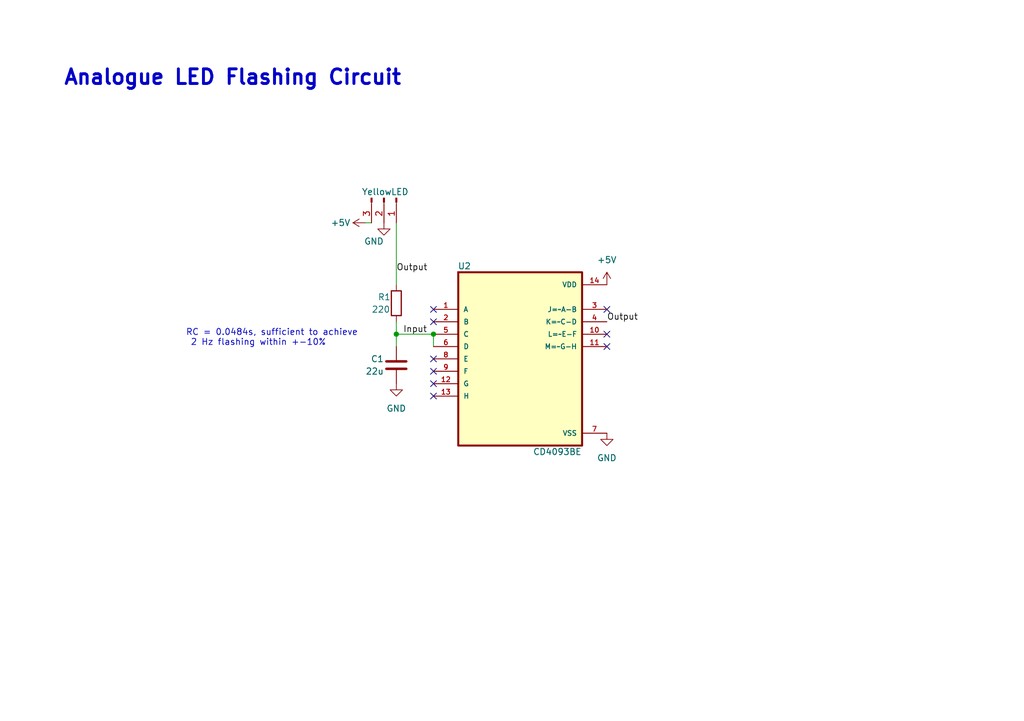
<source format=kicad_sch>
(kicad_sch (version 20230121) (generator eeschema)
  (paper "A5")
  (title_block (title "LED Flashing Circuit") (date "2025-02-26") (rev "0.1") (company "IDP Team 212"))
  (lib_symbols
    (symbol "CD4093BE:CD4093BE" (pin_names (offset 1.016))
      (property "Reference" "U" (at -12.7 18.78 0))
      (property "Value" "CD4093BE" (at -12.7 -21.78 0))
      (symbol "CD4093BE_0_0"
        (rectangle (start -12.7 -17.78) (end 12.7 17.78) (stroke (width 0.41)) (fill (type background)))
        (pin input line (at -17.78 10.16 0) (length 5.08) (name "A") (number "1"))
        (pin output line (at 17.78 5.08 180) (length 5.08) (name "L=~E-F") (number "10"))
        (pin output line (at 17.78 2.54 180) (length 5.08) (name "M=~G-H") (number "11"))
        (pin input line (at -17.78 -5.08 0) (length 5.08) (name "G") (number "12"))
        (pin input line (at -17.78 -7.62 0) (length 5.08) (name "H") (number "13"))
        (pin power_in line (at 17.78 15.24 180) (length 5.08) (name "VDD") (number "14"))
        (pin input line (at -17.78 7.62 0) (length 5.08) (name "B") (number "2"))
        (pin output line (at 17.78 10.16 180) (length 5.08) (name "J=~A-B") (number "3"))
        (pin output line (at 17.78 7.62 180) (length 5.08) (name "K=~C-D") (number "4"))
        (pin input line (at -17.78 5.08 0) (length 5.08) (name "C") (number "5"))
        (pin input line (at -17.78 2.54 0) (length 5.08) (name "D") (number "6"))
        (pin power_in line (at 17.78 -15.24 180) (length 5.08) (name "VSS") (number "7"))
        (pin input line (at -17.78 0 0) (length 5.08) (name "E") (number "8"))
        (pin input line (at -17.78 -2.54 0) (length 5.08) (name "F") (number "9"))
      )
    )
    (symbol "Connector:Conn_01x03_Pin" (pin_names (offset 1.016) hide)
      (property "Reference" "J" (at 0 5.08 0))
      (property "Value" "Conn_01x03_Pin" (at 0 -5.08 0))
      (symbol "Conn_01x03_Pin_1_1"
        (polyline (pts (xy 1.27 -2.54) (xy 0.8636 -2.54)) (stroke (width 0.1524)))
        (polyline (pts (xy 1.27 0) (xy 0.8636 0)) (stroke (width 0.1524)))
        (polyline (pts (xy 1.27 2.54) (xy 0.8636 2.54)) (stroke (width 0.1524)))
        (rectangle (start 0.8636 -2.413) (end 0 -2.667) (stroke (width 0.1524)) (fill (type outline)))
        (rectangle (start 0.8636 0.127) (end 0 -0.127) (stroke (width 0.1524)) (fill (type outline)))
        (rectangle (start 0.8636 2.667) (end 0 2.413) (stroke (width 0.1524)) (fill (type outline)))
        (pin passive line (at 5.08 2.54 180) (length 3.81) (name "Pin_1") (number "1"))
        (pin passive line (at 5.08 0 180) (length 3.81) (name "Pin_2") (number "2"))
        (pin passive line (at 5.08 -2.54 180) (length 3.81) (name "Pin_3") (number "3"))
      )
    )
    (symbol "Device:C" (pin_numbers hide) (pin_names (offset 0.254))
      (property "Reference" "C" (at 0.635 2.54 0))
      (property "Value" "C" (at 0.635 -2.54 0))
      (symbol "C_0_1"
        (polyline (pts (xy -2.032 -0.762) (xy 2.032 -0.762)) (stroke (width 0.508)))
        (polyline (pts (xy -2.032 0.762) (xy 2.032 0.762)) (stroke (width 0.508)))
      )
      (symbol "C_1_1"
        (pin passive line (at 0 3.81 270) (length 2.794) (name "~") (number "1"))
        (pin passive line (at 0 -3.81 90) (length 2.794) (name "~") (number "2"))
      )
    )
    (symbol "Device:R" (pin_numbers hide) (pin_names (offset 0))
      (property "Reference" "R" (at 2.032 0 90))
      (property "Value" "R" (at 0 0 90))
      (symbol "R_0_1"
        (rectangle (start -1.016 -2.54) (end 1.016 2.54) (stroke (width 0.254)))
      )
      (symbol "R_1_1"
        (pin passive line (at 0 3.81 270) (length 1.27) (name "~") (number "1"))
        (pin passive line (at 0 -3.81 90) (length 1.27) (name "~") (number "2"))
      )
    )
    (symbol "power:+5V" (power) (pin_names (offset 0))
      (property "Value" "+5V" (at 0 3.556 0))
      (symbol "+5V_0_1"
        (polyline (pts (xy -0.762 1.27) (xy 0 2.54)))
        (polyline (pts (xy 0 0) (xy 0 2.54)))
        (polyline (pts (xy 0 2.54) (xy 0.762 1.27)))
      )
      (symbol "+5V_1_1"
        (pin power_in line (at 0 0 90) (length 0) hide (name "+5V") (number "1"))
      )
    )
    (symbol "power:GND" (power) (pin_names (offset 0))
      (property "Value" "GND" (at 0 -3.81 0))
      (symbol "GND_0_1"
        (polyline (pts (xy 0 0) (xy 0 -1.27) (xy 1.27 -1.27) (xy 0 -2.54) (xy -1.27 -1.27) (xy 0 -1.27)))
      )
      (symbol "GND_1_1"
        (pin power_in line (at 0 0 270) (length 0) hide (name "GND") (number "1"))
      )
    )
  )
  (junction (at 88.9 68.58))
  (junction (at 81.28 68.58))
  (no_connect (at 88.9 73.66))
  (no_connect (at 88.9 78.74))
  (no_connect (at 88.9 76.2))
  (no_connect (at 124.46 63.5))
  (no_connect (at 124.46 71.12))
  (no_connect (at 88.9 81.28))
  (no_connect (at 124.46 68.58))
  (no_connect (at 88.9 63.5))
  (no_connect (at 88.9 66.04))
  (wire (pts (xy 74.93 45.72) (xy 76.2 45.72)))
  (wire (pts (xy 81.28 68.58) (xy 81.28 71.12)))
  (wire (pts (xy 81.28 68.58) (xy 88.9 68.58)))
  (wire (pts (xy 88.9 68.58) (xy 88.9 71.12)))
  (wire (pts (xy 81.28 66.04) (xy 81.28 68.58)))
  (wire (pts (xy 81.28 45.72) (xy 81.28 58.42)))
  (text "RC = 0.0484s, sufficient to achieve\n 2 Hz flashing within +-10%" (at 38.1 71.12 0) (effects (font (size 1.27 1.27)) (justify left bottom)))
  (text "Analogue LED Flashing Circuit" (at 82.55 17.78 0) (effects (font (size 3 3) (thickness 0.6) bold) (justify right bottom)))
  (label "Output" (at 81.28 55.88 0))
  (label "Input" (at 87.63 68.58 180))
  (label "Output" (at 124.46 66.04 0))
  (symbol (lib_id "power:GND") (at 78.74 45.72 0) (unit 1)
    (property "Reference" "#PWR05" (effects hide))
    (property "Value" "GND" (at 78.74 49.53 0) (effects (justify right)))
  )
  (symbol (lib_id "power:GND") (at 81.28 78.74 0) (unit 1)
    (property "Reference" "#PWR03" (effects hide))
    (property "Value" "GND" (at 81.28 83.82 0))
  )
  (symbol (lib_id "Connector:Conn_01x03_Pin") (at 78.74 40.64 270) (unit 1)
    (property "Reference" "YellowLED" (at 83.82 39.37 90) (effects (justify right)))
    (property "Value" "Conn_01x03_Pin" (effects hide))
  )
  (symbol (lib_id "power:GND") (at 124.46 88.9 0) (unit 1)
    (property "Reference" "#PWR01" (effects hide))
    (property "Value" "GND" (at 124.46 93.98 0))
  )
  (symbol (lib_id "power:+5V") (at 124.46 58.42 0) (unit 1)
    (property "Reference" "#PWR02" (effects hide))
    (property "Value" "+5V" (at 124.46 53.34 0))
  )
  (symbol (lib_id "CD4093BE:CD4093BE") (at 106.68 73.66 0) (unit 1)
    (property "Reference" "U2" (at 95.25 54.61 0))
    (property "Value" "CD4093BE" (at 114.3 92.71 0))
    (property "Footprint" "CD4093BE:DIP794W45P254L1969H508Q14" (effects hide))
    (property "MF" "Texas Instruments" (effects hide))
    (property "Description" "\n                        \n                            4-ch, 2-input, 3-V to 18-V NAND gates with Schmitt-Trigger inputs\n                        \n" (effects hide))
    (property "Package" "PDIP-14 Texas Instruments" (effects hide))
    (property "Price" "None" (effects hide))
    (property "SnapEDA_Link" "https://www.snapeda.com/parts/CD4093BE/Texas+Instruments/view-part/?ref=snap" (effects hide))
    (property "MP" "CD4093BE" (effects hide))
    (property "Availability" "In Stock" (effects hide))
    (property "Check_prices" "https://www.snapeda.com/parts/CD4093BE/Texas+Instruments/view-part/?ref=eda" (effects hide))
  )
  (symbol (lib_id "Device:R") (at 81.28 62.23 0) (unit 1)
    (property "Reference" "R1" (at 77.47 60.96 0) (effects (justify left)))
    (property "Value" "220" (at 76.2 63.5 0) (effects (justify left)))
  )
  (symbol (lib_id "power:+5V") (at 74.93 45.72 90) (unit 1)
    (property "Reference" "#PWR04" (effects hide))
    (property "Value" "+5V" (at 69.85 45.72 90))
  )
  (symbol (lib_id "Device:C") (at 81.28 74.93 0) (unit 1)
    (property "Reference" "C1" (at 78.74 73.66 0) (effects (justify right)))
    (property "Value" "22u" (at 78.74 76.2 0) (effects (justify right)))
  )
)
</source>
